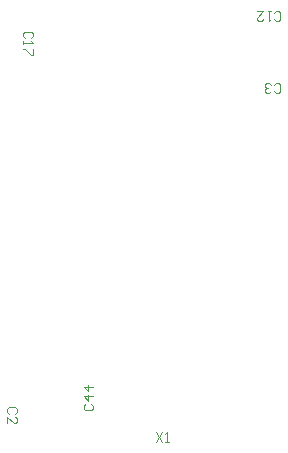
<source format=gm1>
G04*
G04 #@! TF.GenerationSoftware,Altium Limited,Altium Designer,19.1.8 (144)*
G04*
G04 Layer_Color=16711935*
%FSLAX25Y25*%
%MOIN*%
G70*
G01*
G75*
%ADD104C,0.00394*%
D104*
X91500Y7727D02*
X93599Y4578D01*
Y7727D02*
X91500Y4578D01*
X94649D02*
X95698D01*
X95173D01*
Y7727D01*
X94649Y7202D01*
X67876Y17099D02*
X67351Y16574D01*
Y15525D01*
X67876Y15000D01*
X69975D01*
X70500Y15525D01*
Y16574D01*
X69975Y17099D01*
X70500Y19723D02*
X67351D01*
X68926Y18149D01*
Y20248D01*
X70500Y22872D02*
X67351D01*
X68926Y21297D01*
Y23396D01*
X49924Y139101D02*
X50449Y139626D01*
Y140675D01*
X49924Y141200D01*
X47825D01*
X47300Y140675D01*
Y139626D01*
X47825Y139101D01*
X47300Y138051D02*
Y137002D01*
Y137527D01*
X50449D01*
X49924Y138051D01*
X50449Y135428D02*
Y133328D01*
X49924D01*
X47825Y135428D01*
X47300D01*
X130901Y121376D02*
X131426Y120851D01*
X132475D01*
X133000Y121376D01*
Y123475D01*
X132475Y124000D01*
X131426D01*
X130901Y123475D01*
X129851Y121376D02*
X129327Y120851D01*
X128277D01*
X127752Y121376D01*
Y121901D01*
X128277Y122426D01*
X128802D01*
X128277D01*
X127752Y122950D01*
Y123475D01*
X128277Y124000D01*
X129327D01*
X129851Y123475D01*
X130901Y145376D02*
X131426Y144851D01*
X132475D01*
X133000Y145376D01*
Y147475D01*
X132475Y148000D01*
X131426D01*
X130901Y147475D01*
X129851Y148000D02*
X128802D01*
X129327D01*
Y144851D01*
X129851Y145376D01*
X125128Y148000D02*
X127228D01*
X125128Y145901D01*
Y145376D01*
X125653Y144851D01*
X126703D01*
X127228Y145376D01*
X44624Y13901D02*
X45149Y14426D01*
Y15475D01*
X44624Y16000D01*
X42525D01*
X42000Y15475D01*
Y14426D01*
X42525Y13901D01*
X42000Y10752D02*
Y12851D01*
X44099Y10752D01*
X44624D01*
X45149Y11277D01*
Y12327D01*
X44624Y12851D01*
M02*

</source>
